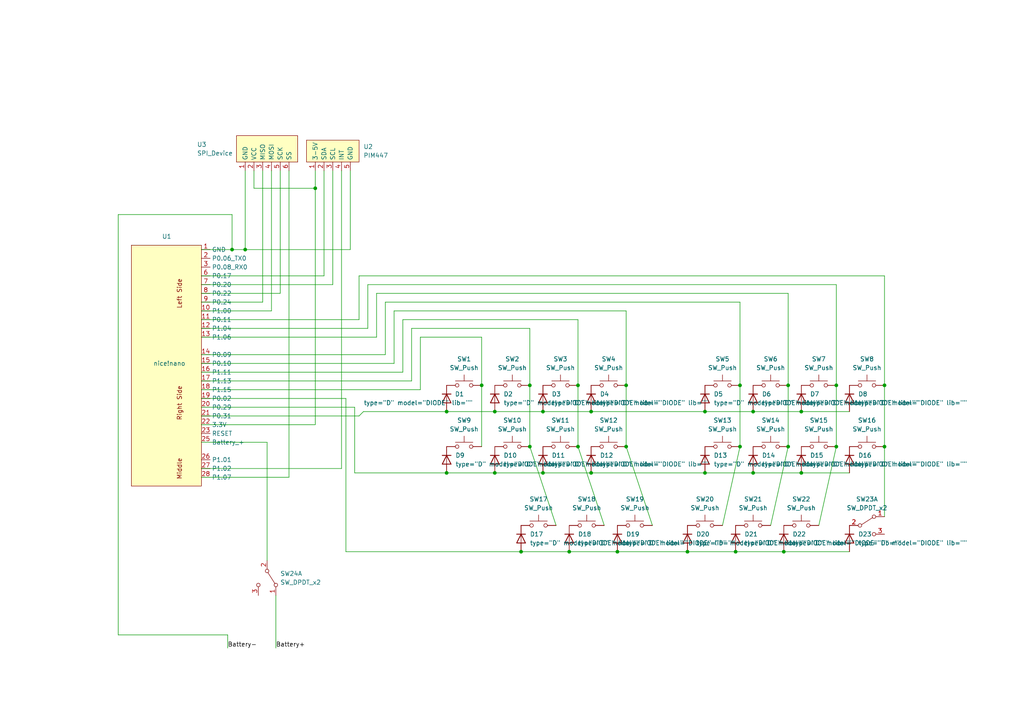
<source format=kicad_sch>
(kicad_sch (version 20211123) (generator eeschema)
  (paper "A4")
  (title_block (title "HS22K") (date "2022-03-09") (rev "1.0") (comment 1 "Half Split 22 Key Keyboard"))
  (lib_symbols
    (symbol "Interfaces:SPI_Device"
      (property "Reference" "U" (at 0 2.54 0))
      (property "Value" "SPI_Device" (at 0 0 0))
      (symbol "SPI_Device_0_0"
        (rectangle (start -8.89 -1.27) (end 8.89 -8.89) (fill (type background)))
      )
      (symbol "SPI_Device_1_1"
        (pin power_out line (at -6.35 -11.43 90) (length 2.54) (name "GND") (number "1"))
        (pin power_in line (at -3.81 -11.43 90) (length 2.54) (name "VCC") (number "2"))
        (pin input line (at -1.27 -11.43 90) (length 2.54) (name "MISO") (number "3"))
        (pin output line (at 1.27 -11.43 90) (length 2.54) (name "MOSI") (number "4"))
        (pin input line (at 3.81 -11.43 90) (length 2.54) (name "SCK") (number "5"))
        (pin input line (at 6.35 -11.43 90) (length 2.54) (name "SS") (number "6"))
      )
    )
    (symbol "Pimoroni:PIM447"
      (property "Reference" "U" (at 0 2.54 0))
      (property "Value" "PIM447" (at 0 0 0))
      (symbol "PIM447_0_0"
        (rectangle (start -7.62 -1.27) (end 7.62 -7.62) (fill (type background)))
      )
      (symbol "PIM447_1_1"
        (pin power_in line (at -5.08 -10.16 90) (length 2.54) (name "3-5V") (number "1"))
        (pin output line (at -2.54 -10.16 90) (length 2.54) (name "SDA") (number "2"))
        (pin input line (at 0 -10.16 90) (length 2.54) (name "SCL") (number "3"))
        (pin output line (at 2.54 -10.16 90) (length 2.54) (name "INT") (number "4"))
        (pin power_out line (at 5.08 -10.16 90) (length 2.54) (name "GND") (number "5"))
      )
    )
    (symbol "Simulation_SPICE:DIODE" (pin_numbers hide) (pin_names (offset 1.016) hide)
      (property "Reference" "D" (at 0 2.54 0))
      (property "Value" "DIODE" (at 0 -2.54 0))
      (symbol "DIODE_0_1"
        (polyline (pts (xy 1.27 0) (xy -1.27 0)))
        (polyline (pts (xy 1.27 1.27) (xy 1.27 -1.27)) (stroke (width 0.254)))
        (polyline (pts (xy -1.27 -1.27) (xy -1.27 1.27) (xy 1.27 0) (xy -1.27 -1.27)) (stroke (width 0.254)))
      )
      (symbol "DIODE_1_1"
        (pin passive line (at -3.81 0 0) (length 2.54) (name "A") (number "1"))
        (pin passive line (at 3.81 0 180) (length 2.54) (name "K") (number "2"))
      )
    )
    (symbol "Switch:SW_DPDT_x2" (pin_names (offset 0) hide)
      (property "Reference" "SW" (at 0 4.318 0))
      (property "Value" "SW_DPDT_x2" (at 0 -5.08 0))
      (symbol "SW_DPDT_x2_0_0"
        (circle (center -2.032 0) (radius 0.508))
        (circle (center 2.032 -2.54) (radius 0.508))
      )
      (symbol "SW_DPDT_x2_0_1"
        (polyline (pts (xy -1.524 0.254) (xy 1.651 2.286)))
        (circle (center 2.032 2.54) (radius 0.508))
      )
      (symbol "SW_DPDT_x2_1_1"
        (pin passive line (at 5.08 2.54 180) (length 2.54) (name "A") (number "1"))
        (pin passive line (at -5.08 0 0) (length 2.54) (name "B") (number "2"))
        (pin passive line (at 5.08 -2.54 180) (length 2.54) (name "C") (number "3"))
      )
      (symbol "SW_DPDT_x2_2_1"
        (pin passive line (at 5.08 2.54 180) (length 2.54) (name "A") (number "4"))
        (pin passive line (at -5.08 0 0) (length 2.54) (name "B") (number "5"))
        (pin passive line (at 5.08 -2.54 180) (length 2.54) (name "C") (number "6"))
      )
    )
    (symbol "Switch:SW_Push" (pin_numbers hide) (pin_names (offset 1.016) hide)
      (property "Reference" "SW" (at 1.27 2.54 0))
      (property "Value" "SW_Push" (at 0 -1.524 0))
      (symbol "SW_Push_0_1"
        (circle (center -2.032 0) (radius 0.508))
        (polyline (pts (xy 0 1.27) (xy 0 3.048)))
        (polyline (pts (xy 2.54 1.27) (xy -2.54 1.27)))
        (circle (center 2.032 0) (radius 0.508))
        (pin passive line (at -5.08 0 0) (length 2.54) (name "1") (number "1"))
        (pin passive line (at 5.08 0 180) (length 2.54) (name "2") (number "2"))
      )
    )
    (symbol "nice_nano:nice!nano"
      (property "Reference" "U" (at 0 -2.54 0))
      (property "Value" "nice!nano" (at 0 -39.37 90))
      (symbol "nice!nano_0_0"
        (text "Left Side" (at 3.81 -19.05 900) (effects (font (size 1.27 1.27))))
        (text "Middle" (at 3.81 -69.85 900) (effects (font (size 1.27 1.27))))
        (text "Right Side" (at 3.81 -50.8 900) (effects (font (size 1.27 1.27))))
      )
      (symbol "nice!nano_0_1"
        (rectangle (start -10.16 -5.08) (end 10.16 -74.93) (fill (type background)))
      )
      (symbol "nice!nano_1_1"
        (pin unspecified line (at 10.16 -6.35 0) (length 2.54) (name "GND") (number "1"))
        (pin input line (at 10.16 -24.13 0) (length 2.54) (name "P1.00") (number "10"))
        (pin input line (at 10.16 -26.67 0) (length 2.54) (name "P0.11") (number "11"))
        (pin input line (at 10.16 -29.21 0) (length 2.54) (name "P1.04") (number "12"))
        (pin input line (at 10.16 -31.75 0) (length 2.54) (name "P1.06") (number "13"))
        (pin input line (at 10.16 -36.83 0) (length 2.54) (name "P0.09") (number "14"))
        (pin input line (at 10.16 -39.37 0) (length 2.54) (name "P0.10") (number "15"))
        (pin input line (at 10.16 -41.91 0) (length 2.54) (name "P1.11") (number "16"))
        (pin input line (at 10.16 -44.45 0) (length 2.54) (name "P1.13") (number "17"))
        (pin input line (at 10.16 -46.99 0) (length 2.54) (name "P1.15") (number "18"))
        (pin input line (at 10.16 -49.53 0) (length 2.54) (name "P0.02") (number "19"))
        (pin input line (at 10.16 -8.89 0) (length 2.54) (name "P0.06_TX0") (number "2"))
        (pin input line (at 10.16 -52.07 0) (length 2.54) (name "P0.29") (number "20"))
        (pin input line (at 10.16 -54.61 0) (length 2.54) (name "P0.31") (number "21"))
        (pin output line (at 10.16 -57.15 0) (length 2.54) (name "3.3V") (number "22"))
        (pin input line (at 10.16 -59.69 0) (length 2.54) (name "RESET") (number "23"))
        (pin input line (at 10.16 -62.23 0) (length 2.54) (name "Battery_+") (number "25"))
        (pin input line (at 10.16 -67.31 0) (length 2.54) (name "P1.01") (number "26"))
        (pin input line (at 10.16 -69.85 0) (length 2.54) (name "P1.02") (number "27"))
        (pin input line (at 10.16 -72.39 0) (length 2.54) (name "P1.07") (number "28"))
        (pin input line (at 10.16 -11.43 0) (length 2.54) (name "P0.08_RX0") (number "3"))
        (pin input line (at 10.16 -13.97 0) (length 2.54) (name "P0.17") (number "6"))
        (pin input line (at 10.16 -16.51 0) (length 2.54) (name "P0.20") (number "7"))
        (pin input line (at 10.16 -19.05 0) (length 2.54) (name "P0.22") (number "8"))
        (pin input line (at 10.16 -21.59 0) (length 2.54) (name "P0.24") (number "9"))
      )
    )
  )
  (junction (at 232.41 137.16))
  (junction (at 129.54 137.16))
  (junction (at 143.51 137.16))
  (junction (at 157.48 137.16))
  (junction (at 179.07 160.02))
  (junction (at 213.36 160.02))
  (junction (at 165.1 160.02))
  (junction (at 204.47 137.16))
  (junction (at 139.7 111.76))
  (junction (at 228.6 111.76))
  (junction (at 181.61 111.76))
  (junction (at 204.47 119.38))
  (junction (at 171.45 137.16))
  (junction (at 167.64 111.76))
  (junction (at 232.41 119.38))
  (junction (at 256.54 111.76))
  (junction (at 171.45 119.38))
  (junction (at 218.44 137.16))
  (junction (at 129.54 119.38))
  (junction (at 67.31 72.39))
  (junction (at 227.33 160.02))
  (junction (at 151.13 160.02))
  (junction (at 242.57 129.54))
  (junction (at 181.61 129.54))
  (junction (at 153.67 129.54))
  (junction (at 256.54 129.54))
  (junction (at 218.44 119.38))
  (junction (at 199.39 160.02))
  (junction (at 91.44 54.61))
  (junction (at 214.63 111.76))
  (junction (at 242.57 111.76))
  (junction (at 153.67 111.76))
  (junction (at 214.63 129.54))
  (junction (at 71.12 72.39))
  (junction (at 167.64 129.54))
  (junction (at 143.51 119.38))
  (junction (at 228.6 129.54))
  (junction (at 157.48 119.38))
  (wire (pts (xy 167.64 129.54) (xy 175.26 152.4)))
  (wire (pts (xy 77.47 128.27) (xy 77.47 162.56)))
  (wire (pts (xy 58.42 72.39) (xy 67.31 72.39)))
  (wire (pts (xy 111.76 87.63) (xy 111.76 102.87)))
  (wire (pts (xy 228.6 111.76) (xy 228.6 85.09)))
  (wire (pts (xy 34.29 62.23) (xy 34.29 184.15)))
  (wire (pts (xy 91.44 49.53) (xy 91.44 54.61)))
  (wire (pts (xy 34.29 184.15) (xy 66.04 184.15)))
  (wire (pts (xy 167.64 129.54) (xy 167.64 111.76)))
  (wire (pts (xy 153.67 129.54) (xy 153.67 111.76)))
  (wire (pts (xy 96.52 49.53) (xy 96.52 82.55)))
  (wire (pts (xy 96.52 82.55) (xy 58.42 82.55)))
  (wire (pts (xy 171.45 119.38) (xy 157.48 119.38)))
  (wire (pts (xy 181.61 111.76) (xy 181.61 90.17)))
  (wire (pts (xy 139.7 111.76) (xy 139.7 97.79)))
  (wire (pts (xy 104.14 92.71) (xy 58.42 92.71)))
  (wire (pts (xy 143.51 137.16) (xy 129.54 137.16)))
  (wire (pts (xy 114.3 90.17) (xy 114.3 105.41)))
  (wire (pts (xy 256.54 129.54) (xy 256.54 149.86)))
  (wire (pts (xy 104.14 120.65) (xy 58.42 120.65)))
  (wire (pts (xy 73.66 49.53) (xy 73.66 54.61)))
  (wire (pts (xy 213.36 160.02) (xy 199.39 160.02)))
  (wire (pts (xy 101.6 49.53) (xy 101.6 72.39)))
  (wire (pts (xy 80.01 172.72) (xy 80.01 187.96)))
  (wire (pts (xy 121.92 113.03) (xy 58.42 113.03)))
  (wire (pts (xy 99.06 135.89) (xy 99.06 49.53)))
  (wire (pts (xy 218.44 137.16) (xy 204.47 137.16)))
  (wire (pts (xy 58.42 138.43) (xy 83.82 138.43)))
  (wire (pts (xy 116.84 92.71) (xy 116.84 107.95)))
  (wire (pts (xy 232.41 137.16) (xy 218.44 137.16)))
  (wire (pts (xy 153.67 111.76) (xy 153.67 95.25)))
  (wire (pts (xy 167.64 111.76) (xy 167.64 92.71)))
  (wire (pts (xy 218.44 119.38) (xy 204.47 119.38)))
  (wire (pts (xy 58.42 87.63) (xy 76.2 87.63)))
  (wire (pts (xy 102.87 137.16) (xy 129.54 137.16)))
  (wire (pts (xy 106.68 82.55) (xy 242.57 82.55)))
  (wire (pts (xy 71.12 72.39) (xy 101.6 72.39)))
  (wire (pts (xy 109.22 97.79) (xy 58.42 97.79)))
  (wire (pts (xy 157.48 137.16) (xy 143.51 137.16)))
  (wire (pts (xy 119.38 95.25) (xy 119.38 110.49)))
  (wire (pts (xy 67.31 62.23) (xy 34.29 62.23)))
  (wire (pts (xy 111.76 87.63) (xy 214.63 87.63)))
  (wire (pts (xy 109.22 85.09) (xy 109.22 97.79)))
  (wire (pts (xy 100.33 160.02) (xy 151.13 160.02)))
  (wire (pts (xy 228.6 129.54) (xy 228.6 111.76)))
  (wire (pts (xy 246.38 119.38) (xy 232.41 119.38)))
  (wire (pts (xy 106.68 95.25) (xy 58.42 95.25)))
  (wire (pts (xy 256.54 111.76) (xy 256.54 80.01)))
  (wire (pts (xy 256.54 129.54) (xy 256.54 111.76)))
  (wire (pts (xy 179.07 160.02) (xy 165.1 160.02)))
  (wire (pts (xy 83.82 49.53) (xy 83.82 138.43)))
  (wire (pts (xy 73.66 54.61) (xy 91.44 54.61)))
  (wire (pts (xy 139.7 97.79) (xy 121.92 97.79)))
  (wire (pts (xy 242.57 129.54) (xy 237.49 152.4)))
  (wire (pts (xy 66.04 184.15) (xy 66.04 187.96)))
  (wire (pts (xy 100.33 115.57) (xy 58.42 115.57)))
  (wire (pts (xy 214.63 129.54) (xy 214.63 111.76)))
  (wire (pts (xy 58.42 85.09) (xy 81.28 85.09)))
  (wire (pts (xy 165.1 160.02) (xy 151.13 160.02)))
  (wire (pts (xy 93.98 49.53) (xy 93.98 80.01)))
  (wire (pts (xy 139.7 129.54) (xy 139.7 111.76)))
  (wire (pts (xy 71.12 49.53) (xy 71.12 72.39)))
  (wire (pts (xy 109.22 85.09) (xy 228.6 85.09)))
  (wire (pts (xy 78.74 49.53) (xy 78.74 90.17)))
  (wire (pts (xy 67.31 72.39) (xy 67.31 62.23)))
  (wire (pts (xy 157.48 119.38) (xy 143.51 119.38)))
  (wire (pts (xy 121.92 97.79) (xy 121.92 113.03)))
  (wire (pts (xy 119.38 110.49) (xy 58.42 110.49)))
  (wire (pts (xy 119.38 95.25) (xy 153.67 95.25)))
  (wire (pts (xy 204.47 119.38) (xy 171.45 119.38)))
  (wire (pts (xy 58.42 118.11) (xy 102.87 118.11)))
  (wire (pts (xy 106.68 82.55) (xy 106.68 95.25)))
  (wire (pts (xy 114.3 105.41) (xy 58.42 105.41)))
  (wire (pts (xy 171.45 137.16) (xy 157.48 137.16)))
  (wire (pts (xy 181.61 129.54) (xy 181.61 111.76)))
  (wire (pts (xy 199.39 160.02) (xy 179.07 160.02)))
  (wire (pts (xy 105.41 119.38) (xy 129.54 119.38)))
  (wire (pts (xy 214.63 111.76) (xy 214.63 87.63)))
  (wire (pts (xy 111.76 102.87) (xy 58.42 102.87)))
  (wire (pts (xy 246.38 160.02) (xy 227.33 160.02)))
  (wire (pts (xy 104.14 80.01) (xy 104.14 92.71)))
  (wire (pts (xy 228.6 129.54) (xy 223.52 152.4)))
  (wire (pts (xy 214.63 129.54) (xy 209.55 152.4)))
  (wire (pts (xy 204.47 137.16) (xy 171.45 137.16)))
  (wire (pts (xy 105.41 119.38) (xy 104.14 120.65)))
  (wire (pts (xy 143.51 119.38) (xy 129.54 119.38)))
  (wire (pts (xy 58.42 135.89) (xy 99.06 135.89)))
  (wire (pts (xy 100.33 160.02) (xy 100.33 115.57)))
  (wire (pts (xy 58.42 128.27) (xy 77.47 128.27)))
  (wire (pts (xy 93.98 80.01) (xy 58.42 80.01)))
  (wire (pts (xy 116.84 92.71) (xy 167.64 92.71)))
  (wire (pts (xy 91.44 54.61) (xy 91.44 123.19)))
  (wire (pts (xy 81.28 85.09) (xy 81.28 49.53)))
  (wire (pts (xy 227.33 160.02) (xy 213.36 160.02)))
  (wire (pts (xy 246.38 137.16) (xy 232.41 137.16)))
  (wire (pts (xy 181.61 129.54) (xy 189.23 152.4)))
  (wire (pts (xy 67.31 72.39) (xy 71.12 72.39)))
  (wire (pts (xy 58.42 123.19) (xy 91.44 123.19)))
  (wire (pts (xy 242.57 129.54) (xy 242.57 111.76)))
  (wire (pts (xy 242.57 111.76) (xy 242.57 82.55)))
  (wire (pts (xy 78.74 90.17) (xy 58.42 90.17)))
  (wire (pts (xy 232.41 119.38) (xy 218.44 119.38)))
  (wire (pts (xy 102.87 118.11) (xy 102.87 137.16)))
  (wire (pts (xy 104.14 80.01) (xy 256.54 80.01)))
  (wire (pts (xy 153.67 129.54) (xy 161.29 152.4)))
  (wire (pts (xy 116.84 107.95) (xy 58.42 107.95)))
  (wire (pts (xy 76.2 87.63) (xy 76.2 49.53)))
  (wire (pts (xy 114.3 90.17) (xy 181.61 90.17)))
  (label "Battery+" (at 80.01 187.96 0))
  (label "Battery-" (at 66.04 187.96 0))
  (symbol (lib_id "Simulation_SPICE:DIODE") (at 129.54 115.57 90) (unit 1)
    (property "Reference" "D1" (at 134.62 114.3 90) (effects (justify left)))
    (property "Value" "DIODE" (at 137.16 116.84 90) (effects (justify left)))
    (property "Spice_Netlist_Enabled" "Y" (effects hide))
    (property "Spice_Primitive" "D" (effects hide))
  )
  (symbol (lib_id "Switch:SW_Push") (at 251.46 111.76 0) (unit 1)
    (property "Reference" "SW8" (at 251.46 104.14 0))
    (property "Value" "SW_Push" (at 251.46 106.68 0))
  )
  (symbol (lib_id "Simulation_SPICE:DIODE") (at 218.44 115.57 90) (unit 1)
    (property "Reference" "D6" (at 220.98 114.2999 90) (effects (justify right)))
    (property "Value" "DIODE" (at 220.98 116.8399 90) (effects (justify right)))
    (property "Spice_Netlist_Enabled" "Y" (effects hide))
    (property "Spice_Primitive" "D" (effects hide))
  )
  (symbol (lib_id "Simulation_SPICE:DIODE") (at 204.47 133.35 90) (unit 1)
    (property "Reference" "D13" (at 207.01 132.0799 90) (effects (justify right)))
    (property "Value" "DIODE" (at 207.01 134.6199 90) (effects (justify right)))
    (property "Spice_Netlist_Enabled" "Y" (effects hide))
    (property "Spice_Primitive" "D" (effects hide))
  )
  (symbol (lib_id "Simulation_SPICE:DIODE") (at 227.33 156.21 90) (unit 1)
    (property "Reference" "D22" (at 229.87 154.9399 90) (effects (justify right)))
    (property "Value" "DIODE" (at 229.87 157.4799 90) (effects (justify right)))
    (property "Spice_Netlist_Enabled" "Y" (effects hide))
    (property "Spice_Primitive" "D" (effects hide))
  )
  (symbol (lib_id "Interfaces:SPI_Device") (at 77.47 38.1 0) (unit 1)
    (property "Reference" "U3" (at 57.15 41.91 0) (effects (justify left)))
    (property "Value" "SPI_Device" (at 57.15 44.45 0) (effects (justify left)))
  )
  (symbol (lib_id "Switch:SW_Push") (at 184.15 152.4 0) (unit 1)
    (property "Reference" "SW19" (at 184.15 144.78 0))
    (property "Value" "SW_Push" (at 184.15 147.32 0))
  )
  (symbol (lib_id "Pimoroni:PIM447") (at 96.52 39.37 0) (unit 1)
    (property "Reference" "U2" (at 105.41 42.5449 0) (effects (justify left)))
    (property "Value" "PIM447" (at 105.41 45.0849 0) (effects (justify left)))
  )
  (symbol (lib_id "Switch:SW_Push") (at 218.44 152.4 0) (unit 1)
    (property "Reference" "SW21" (at 218.44 144.78 0))
    (property "Value" "SW_Push" (at 218.44 147.32 0))
  )
  (symbol (lib_id "Switch:SW_DPDT_x2") (at 77.47 167.64 270) (unit 1)
    (property "Reference" "SW24" (at 81.28 166.3699 90) (effects (justify left)))
    (property "Value" "SW_DPDT_x2" (at 81.28 168.9099 90) (effects (justify left)))
  )
  (symbol (lib_id "Switch:SW_Push") (at 162.56 111.76 0) (unit 1)
    (property "Reference" "SW3" (at 162.56 104.14 0))
    (property "Value" "SW_Push" (at 162.56 106.68 0))
  )
  (symbol (lib_id "Simulation_SPICE:DIODE") (at 232.41 133.35 90) (unit 1)
    (property "Reference" "D15" (at 234.95 132.0799 90) (effects (justify right)))
    (property "Value" "DIODE" (at 234.95 134.6199 90) (effects (justify right)))
    (property "Spice_Netlist_Enabled" "Y" (effects hide))
    (property "Spice_Primitive" "D" (effects hide))
  )
  (symbol (lib_id "Switch:SW_Push") (at 134.62 111.76 0) (unit 1)
    (property "Reference" "SW1" (at 134.62 104.14 0))
    (property "Value" "SW_Push" (at 134.62 106.68 0))
  )
  (symbol (lib_id "Switch:SW_Push") (at 237.49 111.76 0) (unit 1)
    (property "Reference" "SW7" (at 237.49 104.14 0))
    (property "Value" "SW_Push" (at 237.49 106.68 0))
  )
  (symbol (lib_id "Simulation_SPICE:DIODE") (at 246.38 115.57 90) (unit 1)
    (property "Reference" "D8" (at 248.92 114.2999 90) (effects (justify right)))
    (property "Value" "DIODE" (at 248.92 116.8399 90) (effects (justify right)))
    (property "Spice_Netlist_Enabled" "Y" (effects hide))
    (property "Spice_Primitive" "D" (effects hide))
  )
  (symbol (lib_id "Simulation_SPICE:DIODE") (at 232.41 115.57 90) (unit 1)
    (property "Reference" "D7" (at 234.95 114.2999 90) (effects (justify right)))
    (property "Value" "DIODE" (at 234.95 116.8399 90) (effects (justify right)))
    (property "Spice_Netlist_Enabled" "Y" (effects hide))
    (property "Spice_Primitive" "D" (effects hide))
  )
  (symbol (lib_id "nice_nano:nice!nano") (at 48.26 66.04 0) (unit 1)
    (property "Reference" "U1" (at 46.99 68.58 0) (effects (justify left)))
    (property "Value" "nice!nano" (at 44.45 105.41 0) (effects (justify left)))
  )
  (symbol (lib_id "Switch:SW_Push") (at 223.52 129.54 0) (unit 1)
    (property "Reference" "SW14" (at 223.52 121.92 0))
    (property "Value" "SW_Push" (at 223.52 124.46 0))
  )
  (symbol (lib_id "Simulation_SPICE:DIODE") (at 199.39 156.21 90) (unit 1)
    (property "Reference" "D20" (at 201.93 154.9399 90) (effects (justify right)))
    (property "Value" "DIODE" (at 201.93 157.4799 90) (effects (justify right)))
    (property "Spice_Netlist_Enabled" "Y" (effects hide))
    (property "Spice_Primitive" "D" (effects hide))
  )
  (symbol (lib_id "Simulation_SPICE:DIODE") (at 213.36 156.21 90) (unit 1)
    (property "Reference" "D21" (at 215.9 154.9399 90) (effects (justify right)))
    (property "Value" "DIODE" (at 215.9 157.4799 90) (effects (justify right)))
    (property "Spice_Netlist_Enabled" "Y" (effects hide))
    (property "Spice_Primitive" "D" (effects hide))
  )
  (symbol (lib_id "Switch:SW_Push") (at 162.56 129.54 0) (unit 1)
    (property "Reference" "SW11" (at 162.56 121.92 0))
    (property "Value" "SW_Push" (at 162.56 124.46 0))
  )
  (symbol (lib_id "Switch:SW_DPDT_x2") (at 251.46 152.4 0) (unit 1)
    (property "Reference" "SW23" (at 251.46 144.78 0))
    (property "Value" "SW_DPDT_x2" (at 251.46 147.32 0))
  )
  (symbol (lib_id "Simulation_SPICE:DIODE") (at 246.38 156.21 90) (unit 1)
    (property "Reference" "D23" (at 248.92 154.9399 90) (effects (justify right)))
    (property "Value" "DIODE" (at 248.92 157.4799 90) (effects (justify right)))
    (property "Spice_Netlist_Enabled" "Y" (effects hide))
    (property "Spice_Primitive" "D" (effects hide))
  )
  (symbol (lib_id "Switch:SW_Push") (at 209.55 129.54 0) (unit 1)
    (property "Reference" "SW13" (at 209.55 121.92 0))
    (property "Value" "SW_Push" (at 209.55 124.46 0))
  )
  (symbol (lib_id "Switch:SW_Push") (at 237.49 129.54 0) (unit 1)
    (property "Reference" "SW15" (at 237.49 121.92 0))
    (property "Value" "SW_Push" (at 237.49 124.46 0))
  )
  (symbol (lib_id "Switch:SW_Push") (at 232.41 152.4 0) (unit 1)
    (property "Reference" "SW22" (at 232.41 144.78 0))
    (property "Value" "SW_Push" (at 232.41 147.32 0))
  )
  (symbol (lib_id "Simulation_SPICE:DIODE") (at 218.44 133.35 90) (unit 1)
    (property "Reference" "D14" (at 220.98 132.0799 90) (effects (justify right)))
    (property "Value" "DIODE" (at 220.98 134.6199 90) (effects (justify right)))
    (property "Spice_Netlist_Enabled" "Y" (effects hide))
    (property "Spice_Primitive" "D" (effects hide))
  )
  (symbol (lib_id "Simulation_SPICE:DIODE") (at 165.1 156.21 90) (unit 1)
    (property "Reference" "D18" (at 167.64 154.9399 90) (effects (justify right)))
    (property "Value" "DIODE" (at 167.64 157.4799 90) (effects (justify right)))
    (property "Spice_Netlist_Enabled" "Y" (effects hide))
    (property "Spice_Primitive" "D" (effects hide))
  )
  (symbol (lib_id "Simulation_SPICE:DIODE") (at 204.47 115.57 90) (unit 1)
    (property "Reference" "D5" (at 207.01 114.2999 90) (effects (justify right)))
    (property "Value" "DIODE" (at 207.01 116.8399 90) (effects (justify right)))
    (property "Spice_Netlist_Enabled" "Y" (effects hide))
    (property "Spice_Primitive" "D" (effects hide))
  )
  (symbol (lib_id "Switch:SW_Push") (at 204.47 152.4 0) (unit 1)
    (property "Reference" "SW20" (at 204.47 144.78 0))
    (property "Value" "SW_Push" (at 204.47 147.32 0))
  )
  (symbol (lib_id "Simulation_SPICE:DIODE") (at 151.13 156.21 90) (unit 1)
    (property "Reference" "D17" (at 153.67 154.9399 90) (effects (justify right)))
    (property "Value" "DIODE" (at 153.67 157.4799 90) (effects (justify right)))
    (property "Spice_Netlist_Enabled" "Y" (effects hide))
    (property "Spice_Primitive" "D" (effects hide))
  )
  (symbol (lib_id "Simulation_SPICE:DIODE") (at 129.54 133.35 90) (unit 1)
    (property "Reference" "D9" (at 132.08 132.0799 90) (effects (justify right)))
    (property "Value" "DIODE" (at 132.08 134.6199 90) (effects (justify right)))
    (property "Spice_Netlist_Enabled" "Y" (effects hide))
    (property "Spice_Primitive" "D" (effects hide))
  )
  (symbol (lib_id "Switch:SW_Push") (at 134.62 129.54 0) (unit 1)
    (property "Reference" "SW9" (at 134.62 121.92 0))
    (property "Value" "SW_Push" (at 134.62 124.46 0))
  )
  (symbol (lib_id "Simulation_SPICE:DIODE") (at 143.51 133.35 90) (unit 1)
    (property "Reference" "D10" (at 146.05 132.0799 90) (effects (justify right)))
    (property "Value" "DIODE" (at 146.05 134.6199 90) (effects (justify right)))
    (property "Spice_Netlist_Enabled" "Y" (effects hide))
    (property "Spice_Primitive" "D" (effects hide))
  )
  (symbol (lib_id "Switch:SW_Push") (at 209.55 111.76 0) (unit 1)
    (property "Reference" "SW5" (at 209.55 104.14 0))
    (property "Value" "SW_Push" (at 209.55 106.68 0))
  )
  (symbol (lib_id "Simulation_SPICE:DIODE") (at 179.07 156.21 90) (unit 1)
    (property "Reference" "D19" (at 181.61 154.9399 90) (effects (justify right)))
    (property "Value" "DIODE" (at 181.61 157.4799 90) (effects (justify right)))
    (property "Spice_Netlist_Enabled" "Y" (effects hide))
    (property "Spice_Primitive" "D" (effects hide))
  )
  (symbol (lib_id "Switch:SW_Push") (at 170.18 152.4 0) (unit 1)
    (property "Reference" "SW18" (at 170.18 144.78 0))
    (property "Value" "SW_Push" (at 170.18 147.32 0))
  )
  (symbol (lib_id "Switch:SW_Push") (at 251.46 129.54 0) (unit 1)
    (property "Reference" "SW16" (at 251.46 121.92 0))
    (property "Value" "SW_Push" (at 251.46 124.46 0))
  )
  (symbol (lib_id "Simulation_SPICE:DIODE") (at 157.48 133.35 90) (unit 1)
    (property "Reference" "D11" (at 160.02 132.0799 90) (effects (justify right)))
    (property "Value" "DIODE" (at 160.02 134.6199 90) (effects (justify right)))
    (property "Spice_Netlist_Enabled" "Y" (effects hide))
    (property "Spice_Primitive" "D" (effects hide))
  )
  (symbol (lib_id "Switch:SW_Push") (at 156.21 152.4 0) (unit 1)
    (property "Reference" "SW17" (at 156.21 144.78 0))
    (property "Value" "SW_Push" (at 156.21 147.32 0))
  )
  (symbol (lib_id "Switch:SW_Push") (at 148.59 111.76 0) (unit 1)
    (property "Reference" "SW2" (at 148.59 104.14 0))
    (property "Value" "SW_Push" (at 148.59 106.68 0))
  )
  (symbol (lib_id "Switch:SW_Push") (at 223.52 111.76 0) (unit 1)
    (property "Reference" "SW6" (at 223.52 104.14 0))
    (property "Value" "SW_Push" (at 223.52 106.68 0))
  )
  (symbol (lib_id "Switch:SW_Push") (at 148.59 129.54 0) (unit 1)
    (property "Reference" "SW10" (at 148.59 121.92 0))
    (property "Value" "SW_Push" (at 148.59 124.46 0))
  )
  (symbol (lib_id "Switch:SW_Push") (at 176.53 129.54 0) (unit 1)
    (property "Reference" "SW12" (at 176.53 121.92 0))
    (property "Value" "SW_Push" (at 176.53 124.46 0))
  )
  (symbol (lib_id "Simulation_SPICE:DIODE") (at 171.45 115.57 90) (unit 1)
    (property "Reference" "D4" (at 173.99 114.2999 90) (effects (justify right)))
    (property "Value" "DIODE" (at 173.99 116.8399 90) (effects (justify right)))
    (property "Spice_Netlist_Enabled" "Y" (effects hide))
    (property "Spice_Primitive" "D" (effects hide))
  )
  (symbol (lib_id "Simulation_SPICE:DIODE") (at 246.38 133.35 90) (unit 1)
    (property "Reference" "D16" (at 248.92 132.0799 90) (effects (justify right)))
    (property "Value" "DIODE" (at 248.92 134.6199 90) (effects (justify right)))
    (property "Spice_Netlist_Enabled" "Y" (effects hide))
    (property "Spice_Primitive" "D" (effects hide))
  )
  (symbol (lib_id "Switch:SW_Push") (at 176.53 111.76 0) (unit 1)
    (property "Reference" "SW4" (at 176.53 104.14 0))
    (property "Value" "SW_Push" (at 176.53 106.68 0))
  )
  (symbol (lib_id "Simulation_SPICE:DIODE") (at 143.51 115.57 90) (unit 1)
    (property "Reference" "D2" (at 146.05 114.2999 90) (effects (justify right)))
    (property "Value" "DIODE" (at 146.05 116.8399 90) (effects (justify right)))
    (property "Spice_Netlist_Enabled" "Y" (effects hide))
    (property "Spice_Primitive" "D" (effects hide))
  )
  (symbol (lib_id "Simulation_SPICE:DIODE") (at 171.45 133.35 90) (unit 1)
    (property "Reference" "D12" (at 173.99 132.0799 90) (effects (justify right)))
    (property "Value" "DIODE" (at 173.99 134.6199 90) (effects (justify right)))
    (property "Spice_Netlist_Enabled" "Y" (effects hide))
    (property "Spice_Primitive" "D" (effects hide))
  )
  (symbol (lib_id "Simulation_SPICE:DIODE") (at 157.48 115.57 90) (unit 1)
    (property "Reference" "D3" (at 160.02 114.2999 90) (effects (justify right)))
    (property "Value" "DIODE" (at 160.02 116.8399 90) (effects (justify right)))
    (property "Spice_Netlist_Enabled" "Y" (effects hide))
    (property "Spice_Primitive" "D" (effects hide))
  )
)
</source>
